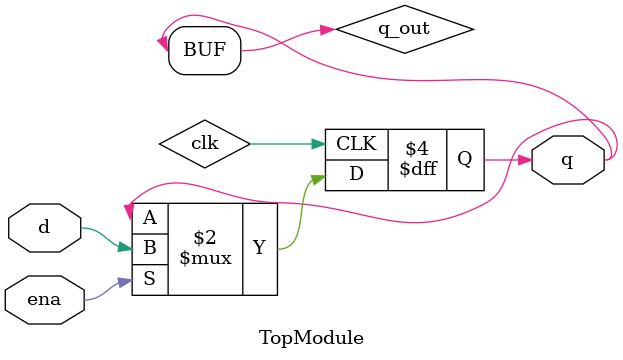
<source format=sv>


module TopModule (
  input d,
  input ena,
  output logic q
);

reg q; // internal signal to store the data

always @(posedge clk) begin
  if (ena)
    q <= d;
end

assign q_out = q; // output assignment for q

endmodule

</source>
